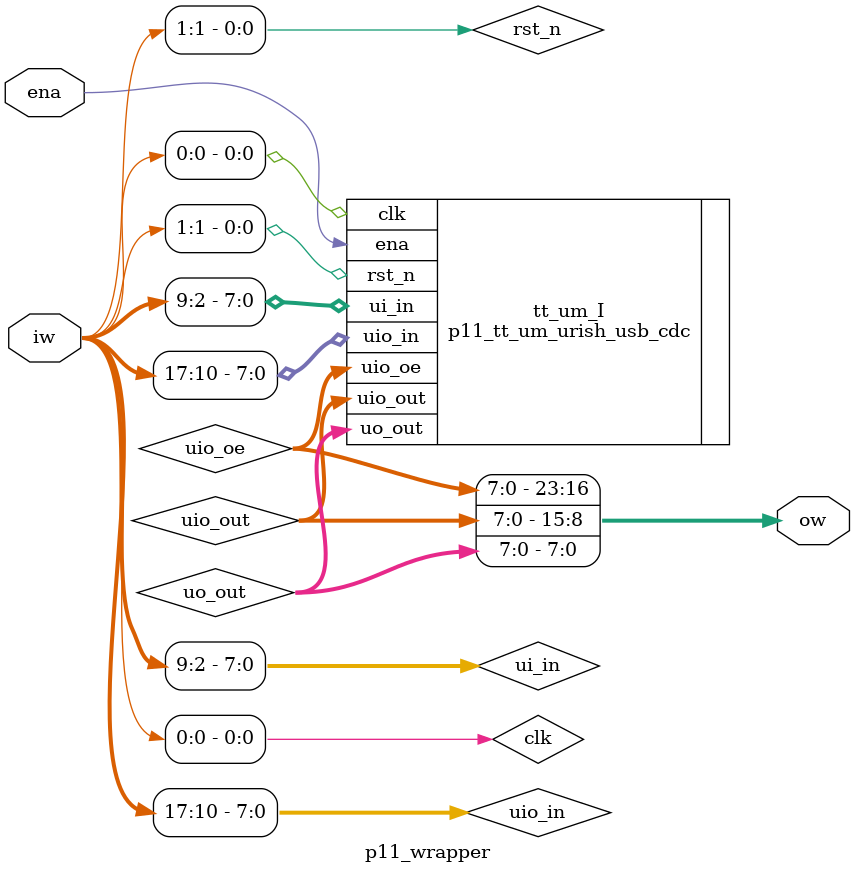
<source format=v>
`default_nettype none

module p11_wrapper (
  input wire ena,
  input wire [17:0] iw,
  output wire [23:0] ow
);

wire [7:0] uio_in;
wire [7:0] uio_out;
wire [7:0] uio_oe;
wire [7:0] uo_out;
wire [7:0] ui_in;
wire clk;
wire rst_n;

assign { uio_in, ui_in, rst_n, clk} = iw;
assign ow = { uio_oe, uio_out, uo_out };

p11_tt_um_urish_usb_cdc tt_um_I (
  .uio_in  (uio_in),
  .uio_out (uio_out),
  .uio_oe  (uio_oe),
  .uo_out  (uo_out),
  .ui_in   (ui_in),
  .ena     (ena),
  .clk     (clk),
  .rst_n   (rst_n)
);

endmodule

</source>
